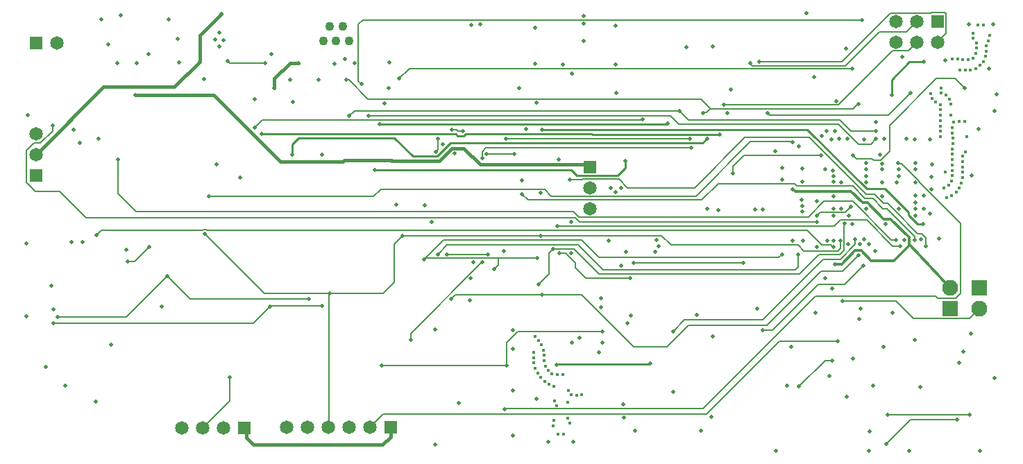
<source format=gbl>
G04*
G04 #@! TF.GenerationSoftware,Altium Limited,Altium Designer,21.6.4 (81)*
G04*
G04 Layer_Physical_Order=4*
G04 Layer_Color=16711680*
%FSLAX44Y44*%
%MOMM*%
G71*
G04*
G04 #@! TF.SameCoordinates,0A195E51-53B8-4AD9-BF6B-D2F5FD9C9AB7*
G04*
G04*
G04 #@! TF.FilePolarity,Positive*
G04*
G01*
G75*
%ADD11C,0.2000*%
%ADD12C,0.1500*%
%ADD13C,0.2540*%
%ADD173C,0.3000*%
%ADD176C,0.4000*%
%ADD177C,0.3500*%
%ADD179C,0.1650*%
%ADD186C,1.6500*%
%ADD187R,1.6500X1.6500*%
%ADD188R,1.6500X1.6500*%
%ADD189C,1.1000*%
%ADD190R,1.9500X1.9500*%
%ADD191C,1.9500*%
%ADD192C,0.5000*%
%ADD193C,0.4000*%
D11*
X704420Y317626D02*
G03*
X700212Y317628I-2110J-10286D01*
G01*
X704420Y317626D02*
G03*
X704779Y317590I377J1964D01*
G01*
X699833D02*
G03*
X700212Y317628I-10J2000D01*
G01*
X704420Y317626D02*
Y317626D01*
X699833Y317590D02*
X699833D01*
X627290D02*
X699833D01*
X1112520Y261620D02*
Y271822D01*
X1107483Y276860D02*
X1112520Y271822D01*
X1075948Y194310D02*
X1096838Y173420D01*
X1165290D01*
X1177290Y185420D01*
X737712Y343240D02*
X748212Y332740D01*
X693282Y343240D02*
X737712D01*
X692943Y342900D02*
X693282Y343240D01*
X678180Y342900D02*
X692943D01*
X951899Y337717D02*
X954880Y334737D01*
X1022925D01*
X859200Y337717D02*
X951899D01*
X839072Y317590D02*
X859200Y337717D01*
X704779Y317590D02*
X839072D01*
X748212Y332740D02*
X830366D01*
X891652Y394026D01*
X969870D01*
X1102313Y276860D02*
X1107483D01*
X1074202Y304971D02*
X1102313Y276860D01*
X1065483Y313690D02*
X1074202Y304971D01*
Y304971D02*
Y304971D01*
X1060450Y313690D02*
X1065483D01*
X1049232Y324908D02*
X1060450Y313690D01*
X1060088Y307340D02*
X1064484D01*
X1098550Y273274D01*
X1047661Y319767D02*
X1060088Y307340D01*
X1037894Y319767D02*
X1047661D01*
X1022925Y334737D02*
X1037894Y319767D01*
X1038987Y324908D02*
X1049232D01*
X969870Y394026D02*
X1038987Y324908D01*
X1098550Y269240D02*
Y273274D01*
X1011052Y194310D02*
X1075948D01*
X619760Y325120D02*
X627290Y317590D01*
D12*
X700955Y297180D02*
G03*
X703665Y297180I1355J10160D01*
G01*
X1077458Y546100D02*
G03*
X1074747Y546100I-1355J-10160D01*
G01*
X1102858D02*
G03*
X1100147Y546100I-1355J-10160D01*
G01*
X1136787Y545645D02*
G03*
X1136632Y545798I-1129J-987D01*
G01*
X1012190Y256305D02*
Y286653D01*
X1013460Y287923D01*
Y288870D01*
X890138Y371978D02*
X984003D01*
X877189Y350520D02*
Y359029D01*
X890138Y371978D01*
X665480Y252730D02*
X672410D01*
X684530Y240610D01*
Y234950D02*
Y240610D01*
X652780Y252730D02*
X657860Y257810D01*
X683260D02*
X713577Y227493D01*
X652780Y227692D02*
Y252730D01*
X657860Y257810D02*
X683260D01*
X684530Y234950D02*
X697412Y222068D01*
X751840D01*
X1023620Y372110D02*
X1027430Y368300D01*
X1046480D02*
X1048386Y366394D01*
X1027430Y368300D02*
X1046480D01*
X1048386Y366394D02*
X1056980D01*
X533783Y403860D02*
X539796D01*
X533565Y403642D02*
X533783Y403860D01*
X539796D02*
X541574Y402082D01*
X483870Y147320D02*
Y155005D01*
X569784Y240919D02*
X570821D01*
X483870Y155005D02*
X569784Y240919D01*
X570821D02*
X571491Y241588D01*
X977900Y200660D02*
X1123950D01*
X840357Y63117D02*
X977900Y200660D01*
X1123950D02*
X1126490Y198120D01*
X1148588D01*
X431800Y440690D02*
X838200D01*
X405130Y464820D02*
X405719Y464231D01*
X408259D02*
X431800Y440690D01*
X405719Y464231D02*
X408259D01*
X1029318Y434664D02*
X1030028D01*
X1020415Y401985D02*
X1051095D01*
X1007110Y415290D02*
X1020415Y401985D01*
X1045169Y386080D02*
X1051279Y392190D01*
X1005840Y410210D02*
X1029970Y386080D01*
X1045169D01*
X713740Y247650D02*
X933137D01*
X936836Y251349D01*
X590550Y246733D02*
X638461D01*
X501670D02*
X590550D01*
X473710Y274320D02*
X642620D01*
X956113Y262890D02*
X963365Y255638D01*
X789940Y274320D02*
X801370Y262890D01*
X642620Y274320D02*
X789940D01*
X801370Y262890D02*
X956113D01*
X1026160Y263606D02*
Y269121D01*
X1025595Y269686D02*
X1026160Y269121D01*
X703665Y297180D02*
X969010D01*
X700955D02*
X700955D01*
X689055D02*
X700955D01*
X849124Y428754D02*
X849630Y429260D01*
X844921Y424551D02*
X849124Y428754D01*
X952729Y232560D02*
X956310Y236142D01*
Y251460D01*
X575691Y381381D02*
X826143D01*
X570958Y368670D02*
Y376648D01*
X575691Y381381D01*
X598840Y62900D02*
X600581D01*
X598170Y62230D02*
X598840Y62900D01*
X600581D02*
X600799Y63117D01*
X840357D01*
X647010Y330890D02*
X655412Y322488D01*
X831758D02*
X898398Y389128D01*
X655412Y322488D02*
X831758D01*
X924706Y158750D02*
X980586Y214630D01*
X1013460D01*
X913130Y158750D02*
X924706D01*
X987200Y245520D02*
X1008074D01*
X913130Y171450D02*
X987200Y245520D01*
X1008074D02*
X1026160Y263606D01*
X713577Y227493D02*
X958061D01*
X981693Y251126D02*
X1007011D01*
X958061Y227493D02*
X981693Y251126D01*
X524177Y269240D02*
X692150D01*
X713740Y247650D01*
X688340Y262890D02*
X718670Y232560D01*
X528320Y262890D02*
X688340D01*
X718670Y232560D02*
X952729D01*
X127000Y325501D02*
Y367030D01*
Y325501D02*
X148635Y303866D01*
X1148080Y466090D02*
X1159510Y454660D01*
X1125220Y466090D02*
X1148080D01*
X1068070Y408940D02*
X1125220Y466090D01*
X1066800Y421640D02*
X1093470Y448310D01*
X922109Y421640D02*
X1066800D01*
X919480Y424180D02*
X919569D01*
X922109Y421640D01*
X822960Y415290D02*
X1007110D01*
X811530Y426720D02*
X822960Y415290D01*
X800259Y420465D02*
X810514Y410210D01*
X1005840D01*
X838200Y440690D02*
X849630Y429260D01*
X840675Y424551D02*
X844921D01*
X1023408Y428754D02*
X1029318Y434664D01*
X849124Y428754D02*
X1023408D01*
X1007011Y251126D02*
X1012190Y256305D01*
X1004938Y255638D02*
X1007690Y258390D01*
X963365Y255638D02*
X1004938D01*
X434340Y40640D02*
X450497Y56797D01*
X844596D02*
X933230Y145431D01*
X450497Y56797D02*
X844596D01*
X933230Y145431D02*
X1005078D01*
X1154430Y203962D02*
Y289491D01*
X1103691Y340230D02*
X1154430Y289491D01*
X1148588Y198120D02*
X1154430Y203962D01*
X1013460Y214630D02*
X1036320Y237490D01*
X918210Y165100D02*
X984250Y231140D01*
X1010920D01*
X822960Y165100D02*
X918210D01*
X796290Y138430D02*
X822960Y165100D01*
X756158Y138430D02*
X796290D01*
X817626Y171450D02*
X913130D01*
X137160Y175260D02*
X186690Y224790D01*
X53340Y175260D02*
X137160D01*
X186690Y224790D02*
X214630Y196850D01*
X359410D01*
X516890Y251460D02*
X528320Y262890D01*
X1000760Y285750D02*
X1008380Y293370D01*
X662940Y285750D02*
X1000760D01*
X689353Y291084D02*
X979170D01*
X684527Y295910D02*
X689353Y291084D01*
X682369Y303866D02*
X689055Y297180D01*
X969010D02*
X988060Y316230D01*
X106426Y280670D02*
X229856D01*
X234964D02*
X967740D01*
X234274Y281360D02*
X234964Y280670D01*
X229856D02*
X230546Y281360D01*
X100330Y274574D02*
X106426Y280670D01*
X967740D02*
X985520Y262890D01*
X230546Y281360D02*
X234274D01*
X26035Y328295D02*
X55245D01*
X87630Y295910D02*
X684527D01*
X55245Y328295D02*
X87630Y295910D01*
X15240Y339090D02*
X26035Y328295D01*
X15240Y339090D02*
Y378079D01*
X24511Y387350D01*
X32258D02*
X46990Y402082D01*
X24511Y387350D02*
X32258D01*
X1069086Y546100D02*
X1074747D01*
X1009650Y486664D02*
X1069086Y546100D01*
X908812Y486664D02*
X1009650D01*
X1077458Y546100D02*
X1100147D01*
X1102858D02*
X1117734D01*
X1117824Y546190D01*
X1135981D01*
X1136071Y546100D01*
X1136279D01*
X1136632Y545798D01*
X1136787Y545645D02*
X1137158Y545221D01*
Y520796D02*
Y545221D01*
X1126902Y510540D02*
X1137158Y520796D01*
X1088802Y523240D02*
X1101503Y535940D01*
X1055624Y523240D02*
X1088802D01*
X1013968Y481584D02*
X1055624Y523240D01*
X900684Y481584D02*
X1013968D01*
X897636Y484632D02*
X900684Y481584D01*
X1090922Y499959D02*
X1101503Y510540D01*
X1071460Y499959D02*
X1090922D01*
X1005586Y434086D02*
X1071460Y499959D01*
X865730Y434086D02*
X1005586D01*
X541574Y402082D02*
X547370D01*
X755650Y241300D02*
X889698D01*
X292100Y167640D02*
X312621Y188161D01*
X48260Y167640D02*
X292100D01*
X375751Y188161D02*
X375951Y188361D01*
X312621Y188161D02*
X375751D01*
X305635Y203635D02*
X384634D01*
X384087Y41187D02*
Y203088D01*
X384634Y203635D02*
X450015D01*
X463550Y217170D01*
X383540Y40640D02*
X384087Y41187D01*
Y203088D02*
X384634Y203635D01*
X232410Y276860D02*
X305635Y203635D01*
X1080770Y261620D02*
X1080837Y261687D01*
X1071880Y261620D02*
X1080770D01*
X1040130Y293370D02*
X1071880Y261620D01*
X1070221Y269046D02*
X1075642D01*
X1023038Y316230D02*
X1070221Y269046D01*
X514604Y376597D02*
Y376939D01*
X585470Y233680D02*
X585742D01*
X590550Y238488D02*
Y246380D01*
X585742Y233680D02*
X590550Y238488D01*
X501670Y246733D02*
X524177Y269240D01*
X500380Y245443D02*
X501670Y246733D01*
X415544Y426720D02*
X811530D01*
X408940Y420116D02*
X415544Y426720D01*
X824658Y392850D02*
X824709Y392799D01*
X600343Y392850D02*
X824658D01*
X600292Y392901D02*
X600343Y392850D01*
X576120Y374157D02*
X576427Y373850D01*
X610228D01*
X610535Y373543D01*
X795607Y410016D02*
X796363Y410772D01*
X302586Y415616D02*
X766764D01*
X293370Y406400D02*
X302586Y415616D01*
X766764D02*
X767113Y415965D01*
X840304Y424180D02*
X840675Y424551D01*
X796363Y410772D02*
X797310D01*
X1051279Y392190D02*
X1051298D01*
X1065530Y55880D02*
X1165860D01*
X516890Y379225D02*
Y392430D01*
X514604Y376939D02*
X516890Y379225D01*
X614680Y157480D02*
X717550D01*
X803656D02*
X817626Y171450D01*
X692658Y201930D02*
X756158Y138430D01*
X1010920Y231140D02*
X1029970Y250190D01*
X229870Y39370D02*
X262890Y72390D01*
Y101600D01*
X898398Y389128D02*
X949452D01*
X949960Y388620D01*
X138430Y242570D02*
X147320D01*
X165100Y260350D01*
X661670Y116840D02*
X662305Y117475D01*
X775335D02*
X775970Y118110D01*
X600710Y143510D02*
X614680Y157480D01*
X600710Y115570D02*
Y143510D01*
X448310Y115570D02*
X600710D01*
X1020778Y309578D02*
Y309646D01*
X1014040Y302840D02*
X1020778Y309578D01*
X996058Y262890D02*
X998543Y260405D01*
X1007690Y258390D02*
Y267970D01*
X988060Y316230D02*
X1023038D01*
X148635Y303866D02*
X682369D01*
X998543Y260405D02*
X999490D01*
X1056980Y366394D02*
X1068070Y377484D01*
Y408940D01*
X643890Y201930D02*
X692658D01*
X538480D02*
X643890D01*
X983560Y302840D02*
X1014040D01*
X1103691Y340230D02*
Y341057D01*
X1082354Y362393D02*
X1103691Y341057D01*
X1079141Y362393D02*
X1082354D01*
X1078476Y363059D02*
X1079141Y362393D01*
X1008380Y293370D02*
X1040130D01*
X979170Y298450D02*
X983560Y302840D01*
X985520Y262890D02*
X996058D01*
X46990Y402082D02*
Y408940D01*
X447369Y330890D02*
X647010D01*
X438331Y321852D02*
X447369Y330890D01*
X432831Y420465D02*
X800259D01*
X432490Y420806D02*
X432831Y420465D01*
X237743Y321852D02*
X438331D01*
X469900Y466090D02*
X482092Y478282D01*
X1022858D01*
X957580Y90170D02*
X989330Y121920D01*
X998220D01*
X463550Y217170D02*
Y264160D01*
X473710Y274320D01*
X639826Y214738D02*
X652780Y227692D01*
X533400Y196850D02*
X538480Y201930D01*
X425450Y537464D02*
X1034542D01*
X528320Y251460D02*
X577850D01*
X1093786Y49846D02*
X1150428D01*
X1064260Y20320D02*
X1093786Y49846D01*
X260439Y487680D02*
X262979Y485140D01*
X306070D01*
X260350Y487680D02*
X260439D01*
X419989Y463169D02*
X423490Y459668D01*
X419989Y463169D02*
Y532003D01*
X425450Y537464D01*
D13*
X550477Y398090D02*
X704869D01*
X705140Y397819D01*
X860197D01*
X860609Y397407D01*
X548627Y396240D02*
X550477Y398090D01*
X679773Y354007D02*
X686410Y347370D01*
X735990D02*
X745490Y356870D01*
X686410Y347370D02*
X735990D01*
X643890Y403860D02*
X967647D01*
X1040037Y331470D01*
X1062357D01*
X1090930Y299434D02*
X1102074Y288290D01*
X1090930Y299434D02*
Y302897D01*
X1102074Y288290D02*
X1108710D01*
X1062357Y331470D02*
X1090930Y302897D01*
X439936Y354007D02*
X679773D01*
X1070610Y464820D02*
X1092200Y486410D01*
X1109980D01*
X1070610Y445770D02*
Y464820D01*
X516321Y371039D02*
X532307Y387024D01*
X445964Y410016D02*
X795607D01*
X445770Y410210D02*
X445964Y410016D01*
X338927Y385917D02*
X346710Y393700D01*
X338927Y373188D02*
Y385917D01*
X346710Y393700D02*
X463550D01*
X486211Y371039D01*
X451094Y398622D02*
X538638D01*
X541020Y396240D01*
X548627D01*
X450936Y398780D02*
X451094Y398622D01*
X532307Y387024D02*
X839990D01*
X845323Y392356D01*
X662305Y117475D02*
X775335D01*
X302260Y398780D02*
X450936D01*
X745490Y356870D02*
Y365760D01*
X486211Y371039D02*
X516321D01*
D173*
X1045582Y243840D02*
X1073150D01*
X1092411Y263101D01*
X1009921Y239678D02*
X1026273Y256030D01*
X1033392D02*
X1045582Y243840D01*
X1026273Y256030D02*
X1033392D01*
X1001397Y239678D02*
X1009921D01*
D176*
X283687Y27463D02*
X292100Y19050D01*
X449580D02*
X459263Y28733D01*
X292100Y19050D02*
X449580D01*
X336550Y485140D02*
X346710D01*
X317500Y466090D02*
X336550Y485140D01*
X317500Y454660D02*
Y466090D01*
X226409Y518509D02*
X252730Y544830D01*
X226409Y486939D02*
Y518509D01*
X109128Y455930D02*
X195533D01*
X26577Y373380D02*
X109128Y455930D01*
X195533D02*
X226476Y486873D01*
X548570Y381000D02*
X568798Y360772D01*
X533702Y381000D02*
X548570D01*
X518498Y365796D02*
X533702Y381000D01*
X680720Y472169D02*
Y472440D01*
X147574Y446278D02*
X243360D01*
X459263Y40163D02*
X459740Y40640D01*
X459263Y28733D02*
Y40163D01*
X280670Y39370D02*
X283687Y36353D01*
Y27463D02*
Y36353D01*
X699678Y360772D02*
X702310Y358140D01*
X568798Y360772D02*
X699678D01*
X324758Y364880D02*
X401316D01*
X460438Y365796D02*
X518498D01*
X460365Y365869D02*
X460438Y365796D01*
X402306Y365869D02*
X460365D01*
X401316Y364880D02*
X402306Y365869D01*
X243360Y446278D02*
X324758Y364880D01*
D177*
X1092411Y263101D02*
X1141730Y210820D01*
X949960Y330962D02*
X950254D01*
X952760Y328456D02*
X1021186D01*
X1035379Y314263D01*
X950254Y330962D02*
X952760Y328456D01*
X1041261Y314263D02*
X1060884Y294640D01*
X1069443D02*
X1092107Y271976D01*
X1060884Y294640D02*
X1069443D01*
X1092107Y263417D02*
Y271976D01*
X1035379Y314263D02*
X1041261D01*
D179*
X383382Y525308D02*
X384940Y529810D01*
D186*
X1076103Y510540D02*
D03*
X26577Y398780D02*
D03*
Y373380D02*
D03*
X1126902Y510540D02*
D03*
X1101503Y535940D02*
D03*
Y510540D02*
D03*
X1076103Y535940D02*
D03*
X52070Y509270D02*
D03*
X702310Y332740D02*
D03*
Y307340D02*
D03*
X434340Y40640D02*
D03*
X408940D02*
D03*
X383540D02*
D03*
X358140D02*
D03*
X332740D02*
D03*
X255270Y39370D02*
D03*
X229870D02*
D03*
X204470D02*
D03*
D187*
X1126902Y535940D02*
D03*
X26670Y509270D02*
D03*
X459740Y40640D02*
D03*
X280670Y39370D02*
D03*
D188*
X26577Y347980D02*
D03*
X702310Y358140D02*
D03*
D189*
X408940Y511810D02*
D03*
X400940Y529810D02*
D03*
X392940Y511810D02*
D03*
X384940Y529810D02*
D03*
X376940Y511810D02*
D03*
D190*
X1141730Y185420D02*
D03*
X1177290Y210820D02*
D03*
D191*
X1141730D02*
D03*
X1177290Y185420D02*
D03*
D192*
X1108710Y288290D02*
D03*
X1022350D02*
D03*
X1013460Y288870D02*
D03*
X928370Y377190D02*
D03*
X845201Y306837D02*
D03*
X679450Y290830D02*
D03*
Y252730D02*
D03*
X984003Y371978D02*
D03*
X665480Y252730D02*
D03*
X657860Y257810D02*
D03*
X1056127Y372688D02*
D03*
X877189Y350520D02*
D03*
X751840Y222068D02*
D03*
X783590Y269240D02*
D03*
X165100Y260350D02*
D03*
X533565Y403642D02*
D03*
X483870Y147320D02*
D03*
X998220Y209550D02*
D03*
X716183Y197697D02*
D03*
X1023462Y123719D02*
D03*
X961070Y318080D02*
D03*
X961102Y310760D02*
D03*
X961146Y303205D02*
D03*
X984861Y395911D02*
D03*
X860609Y397407D02*
D03*
X991351Y401964D02*
D03*
X1001483Y402021D02*
D03*
X1006622Y392264D02*
D03*
X1016814Y392098D02*
D03*
X1051095Y401985D02*
D03*
X1036750Y391833D02*
D03*
X1061578Y392164D02*
D03*
X1088446D02*
D03*
X1098488Y392054D02*
D03*
X1117302D02*
D03*
X936836Y251349D02*
D03*
X950016Y267969D02*
D03*
X962775Y268042D02*
D03*
X979212Y260551D02*
D03*
X1025595Y269686D02*
D03*
X1017253Y263834D02*
D03*
X1037141Y270002D02*
D03*
X1031684Y263834D02*
D03*
X1106162Y269343D02*
D03*
X1112520Y261620D02*
D03*
X956310Y251460D02*
D03*
X642620Y274320D02*
D03*
X929640Y11430D02*
D03*
X1092200D02*
D03*
X1178560D02*
D03*
X1042670D02*
D03*
X186690Y224790D02*
D03*
X662940Y285750D02*
D03*
X744220Y52070D02*
D03*
X69956Y266757D02*
D03*
X1043940Y35560D02*
D03*
X755650Y241300D02*
D03*
X947795Y138822D02*
D03*
X904240Y306070D02*
D03*
X913130D02*
D03*
X359410Y196850D02*
D03*
X375951Y188361D02*
D03*
X384634Y203635D02*
D03*
X1080837Y261687D02*
D03*
X1075642Y269046D02*
D03*
X1086372Y269325D02*
D03*
X1098550Y269240D02*
D03*
X537254Y374734D02*
D03*
X514604Y376597D02*
D03*
X522628Y386099D02*
D03*
X585470Y233680D02*
D03*
X638461Y246733D02*
D03*
X1159510Y454660D02*
D03*
X824709Y392799D02*
D03*
X826143Y381381D02*
D03*
X610535Y373543D02*
D03*
X576120Y374157D02*
D03*
X600292Y392901D02*
D03*
X445770Y410210D02*
D03*
X338927Y373188D02*
D03*
X375273Y372931D02*
D03*
X811530Y426720D02*
D03*
X767113Y415965D02*
D03*
X845323Y392356D02*
D03*
X637540Y436190D02*
D03*
X624426Y404691D02*
D03*
X797310Y410772D02*
D03*
X557767Y531007D02*
D03*
X734527Y448540D02*
D03*
X439936Y354007D02*
D03*
X678180Y342900D02*
D03*
X1051298Y392190D02*
D03*
X1065530Y55880D02*
D03*
X1165860D02*
D03*
X1016000Y77470D02*
D03*
X127000Y367030D02*
D03*
X740410Y237490D02*
D03*
X746760Y254436D02*
D03*
X717543Y143517D02*
D03*
X713160Y132080D02*
D03*
X717550Y157480D02*
D03*
X727710Y332740D02*
D03*
X734060Y327660D02*
D03*
X740410Y332740D02*
D03*
X725170Y267970D02*
D03*
X742950Y68580D02*
D03*
X913130Y158750D02*
D03*
X906780Y185420D02*
D03*
X1036320Y237490D02*
D03*
X989330Y222250D02*
D03*
X262890Y101600D02*
D03*
X949960Y388620D02*
D03*
X293370Y406400D02*
D03*
X661670Y116840D02*
D03*
X637540Y74930D02*
D03*
X680720Y143510D02*
D03*
X598170Y62230D02*
D03*
X542290Y69850D02*
D03*
X651510Y22860D02*
D03*
X681990D02*
D03*
X600710Y115570D02*
D03*
X775970Y118110D02*
D03*
X689610Y149860D02*
D03*
X1009187Y306960D02*
D03*
X1020778Y309646D02*
D03*
X1063182Y288180D02*
D03*
X1042670Y264160D02*
D03*
X997033Y391947D02*
D03*
X957580Y383540D02*
D03*
X961763Y355935D02*
D03*
X961390Y340360D02*
D03*
X937260Y356870D02*
D03*
Y342900D02*
D03*
X949960Y330962D02*
D03*
X1001397Y239678D02*
D03*
X991870Y267970D02*
D03*
X999490D02*
D03*
X1007690D02*
D03*
X999490Y260405D02*
D03*
X1127956Y270428D02*
D03*
X1050290Y255270D02*
D03*
X1029970Y250190D02*
D03*
X1051015Y412682D02*
D03*
X1003234Y438626D02*
D03*
X1030028Y434790D02*
D03*
X1017986Y298951D02*
D03*
X999097Y353837D02*
D03*
X989452Y354901D02*
D03*
X999204Y346931D02*
D03*
X999316Y340360D02*
D03*
X1009323Y339487D02*
D03*
X999490Y322580D02*
D03*
X979170Y316230D02*
D03*
Y298450D02*
D03*
Y291084D02*
D03*
X1117570Y300960D02*
D03*
X1099820Y298450D02*
D03*
X1099404Y306924D02*
D03*
X1109281Y307162D02*
D03*
X1078952Y306939D02*
D03*
X1039277Y306822D02*
D03*
X1059180Y322580D02*
D03*
Y339090D02*
D03*
X1039575Y339450D02*
D03*
X1039334Y346934D02*
D03*
X1039092Y355005D02*
D03*
Y362683D02*
D03*
X1023620Y372110D02*
D03*
X1059160Y362458D02*
D03*
X1059055Y355097D02*
D03*
X1078810Y346735D02*
D03*
X1076960Y338960D02*
D03*
X1078810Y355252D02*
D03*
X1078476Y363059D02*
D03*
X1099130Y362960D02*
D03*
Y355518D02*
D03*
Y339193D02*
D03*
X1099368Y323032D02*
D03*
X1109346Y323057D02*
D03*
X1119409Y330876D02*
D03*
X1119409Y345654D02*
D03*
X1119551Y360942D02*
D03*
X1099368Y314960D02*
D03*
X999385Y298794D02*
D03*
X999490Y307340D02*
D03*
X1195681Y426532D02*
D03*
X1109980Y486410D02*
D03*
X1070610Y445770D02*
D03*
X1189376Y478420D02*
D03*
X1136031Y487954D02*
D03*
X1093470Y448310D02*
D03*
X1083310Y492760D02*
D03*
X1198880Y447040D02*
D03*
X1164590Y532130D02*
D03*
X977900Y180340D02*
D03*
X1010920Y194310D02*
D03*
X1032510Y185420D02*
D03*
X1194580Y532130D02*
D03*
X889698Y241300D02*
D03*
X106680Y538480D02*
D03*
X302260Y398780D02*
D03*
X188580Y538017D02*
D03*
X246957Y361317D02*
D03*
X1060450Y138430D02*
D03*
X994338Y102870D02*
D03*
X942703Y90776D02*
D03*
X1105111Y89593D02*
D03*
X1071643Y179946D02*
D03*
X1098564Y146904D02*
D03*
X1196340Y100330D02*
D03*
X1157613Y132439D02*
D03*
X1167754Y347416D02*
D03*
X1176183Y404427D02*
D03*
X1014730Y502920D02*
D03*
X975501Y468283D02*
D03*
X869846Y424177D02*
D03*
X874530Y452754D02*
D03*
X851985Y504837D02*
D03*
X820317Y504621D02*
D03*
X635706Y528213D02*
D03*
X664670Y366711D02*
D03*
X858955Y305022D02*
D03*
X748030Y167640D02*
D03*
X752777Y176922D02*
D03*
X832636Y177304D02*
D03*
X852170Y151130D02*
D03*
X804375Y83674D02*
D03*
X850782Y52766D02*
D03*
X837616Y36490D02*
D03*
X757275Y36490D02*
D03*
X513598Y18903D02*
D03*
X608439Y29925D02*
D03*
X608612Y84886D02*
D03*
X608608Y136289D02*
D03*
X608700Y159238D02*
D03*
X513820Y159294D02*
D03*
X597042Y255093D02*
D03*
X560070Y241682D02*
D03*
X557158Y221929D02*
D03*
X570958Y368670D02*
D03*
X733532Y483000D02*
D03*
X734060Y530860D02*
D03*
X694690Y542290D02*
D03*
X669011Y482834D02*
D03*
X635145Y483787D02*
D03*
X568516Y531990D02*
D03*
X457015Y454062D02*
D03*
X458008Y485891D02*
D03*
X415260Y484421D02*
D03*
X391249Y483905D02*
D03*
X340431Y437435D02*
D03*
X314019Y495428D02*
D03*
X244891Y513375D02*
D03*
X255258Y513040D02*
D03*
X250190Y505460D02*
D03*
Y521970D02*
D03*
X231824Y465182D02*
D03*
X201123Y485715D02*
D03*
X149793Y484846D02*
D03*
X125635Y484556D02*
D03*
X114691Y507395D02*
D03*
X129841Y543625D02*
D03*
X136584Y257229D02*
D03*
X83613Y266217D02*
D03*
X118145Y141036D02*
D03*
X99932Y71796D02*
D03*
X38842Y113858D02*
D03*
X14992Y175714D02*
D03*
X45720Y213360D02*
D03*
X15097Y264368D02*
D03*
X102870Y392430D02*
D03*
X80010Y387350D02*
D03*
X72390Y403860D02*
D03*
X16510Y421640D02*
D03*
X46990Y408940D02*
D03*
X966470Y546100D02*
D03*
X317500Y454660D02*
D03*
X346710Y485140D02*
D03*
X293370Y440690D02*
D03*
X405130Y464820D02*
D03*
X403860Y490220D02*
D03*
X252730Y544830D02*
D03*
X180340Y187960D02*
D03*
X500771Y311505D02*
D03*
X465938Y312049D02*
D03*
X138430Y242570D02*
D03*
X275590Y345440D02*
D03*
X237743Y321852D02*
D03*
X469900Y466090D02*
D03*
X1153160Y119380D02*
D03*
X1167130Y154940D02*
D03*
X547370Y402082D02*
D03*
X694690Y511810D02*
D03*
X199390Y514350D02*
D03*
X781630Y254436D02*
D03*
X786130Y261620D02*
D03*
X998220Y121920D02*
D03*
X473710Y274320D02*
D03*
X312420Y187960D02*
D03*
X232410Y276860D02*
D03*
X53340Y175260D02*
D03*
X48260Y167640D02*
D03*
X509270Y290830D02*
D03*
X533400Y196850D02*
D03*
X643890Y201930D02*
D03*
X448310Y115570D02*
D03*
X516890Y392430D02*
D03*
X745490Y365760D02*
D03*
X619760Y341630D02*
D03*
Y325120D02*
D03*
X694690Y532964D02*
D03*
X615950Y454660D02*
D03*
X680720Y472440D02*
D03*
X643890Y403860D02*
D03*
X1047750Y91440D02*
D03*
X919480Y424180D02*
D03*
X840304D02*
D03*
X957580Y90170D02*
D03*
X642620Y326390D02*
D03*
X528320Y251460D02*
D03*
X577850D02*
D03*
X1064260Y20320D02*
D03*
X1031240Y172720D02*
D03*
X260350Y487680D02*
D03*
X306070Y485140D02*
D03*
X556006Y195238D02*
D03*
X516890Y251460D02*
D03*
X62230Y91440D02*
D03*
X571491Y241588D02*
D03*
X371735Y464820D02*
D03*
X336550D02*
D03*
X716280Y186690D02*
D03*
X452120Y435610D02*
D03*
X163538Y495554D02*
D03*
X432490Y420806D02*
D03*
X803656Y157480D02*
D03*
X226476Y486873D02*
D03*
X865730Y434086D02*
D03*
X1022858Y478282D02*
D03*
X408940Y420116D02*
D03*
X1005078Y145431D02*
D03*
X500380Y245443D02*
D03*
X423490Y459668D02*
D03*
X1034542Y537464D02*
D03*
X908812Y486664D02*
D03*
X897636Y484632D02*
D03*
X1150428Y49846D02*
D03*
X47752Y184404D02*
D03*
X100330Y274574D02*
D03*
X639826Y214738D02*
D03*
X147574Y446278D02*
D03*
D193*
X659091Y72884D02*
D03*
X661840Y66949D02*
D03*
X658177Y48451D02*
D03*
X657922Y41916D02*
D03*
X663494Y31572D02*
D03*
X670034D02*
D03*
X678118Y45794D02*
D03*
X675269Y51681D02*
D03*
X675072Y71155D02*
D03*
X633587Y131819D02*
D03*
X633900Y125287D02*
D03*
X634260Y118757D02*
D03*
X635817Y112405D02*
D03*
X638567Y106471D02*
D03*
X642352Y101138D02*
D03*
X647046Y96584D02*
D03*
X652491Y92961D02*
D03*
X658304Y89965D02*
D03*
X676215Y85366D02*
D03*
X679591Y79764D02*
D03*
X686122Y79422D02*
D03*
X692652Y79788D02*
D03*
X669246Y104728D02*
D03*
X662707Y104616D02*
D03*
X656188Y105148D02*
D03*
X651363Y109563D02*
D03*
X648007Y115176D02*
D03*
X646404Y121517D02*
D03*
X646260Y128055D02*
D03*
X645632Y134565D02*
D03*
X643289Y140671D02*
D03*
X639518Y146014D02*
D03*
X635195Y150922D02*
D03*
X1182661Y531038D02*
D03*
X1176121D02*
D03*
X1169732Y521598D02*
D03*
X1169808Y515058D02*
D03*
X1173650Y509766D02*
D03*
Y503226D02*
D03*
X1173475Y496688D02*
D03*
X1170127Y491070D02*
D03*
X1164025Y488717D02*
D03*
X1157485Y488701D02*
D03*
X1151082Y490035D02*
D03*
X1144544Y489897D02*
D03*
X1153567Y476125D02*
D03*
X1160104Y476340D02*
D03*
X1166639Y476592D02*
D03*
X1172938Y478352D02*
D03*
X1178413Y481929D02*
D03*
X1182659Y486903D02*
D03*
X1185216Y492923D02*
D03*
X1186010Y499414D02*
D03*
Y505954D02*
D03*
X1188536Y511987D02*
D03*
X1189928Y518377D02*
D03*
X1118220Y447861D02*
D03*
X1119718Y441494D02*
D03*
X1124450Y436980D02*
D03*
X1130418Y434305D02*
D03*
Y427766D02*
D03*
Y421226D02*
D03*
Y414686D02*
D03*
Y408146D02*
D03*
Y401606D02*
D03*
Y395066D02*
D03*
X1136255Y351800D02*
D03*
X1142778Y421546D02*
D03*
X1142773Y434626D02*
D03*
X1141068Y440940D02*
D03*
X1136663Y445774D02*
D03*
X1130580Y448177D02*
D03*
X1130949Y454707D02*
D03*
X1152843Y413908D02*
D03*
X1146450Y412531D02*
D03*
X1144782Y406208D02*
D03*
Y399668D02*
D03*
X1145607Y393180D02*
D03*
X1144952Y386673D02*
D03*
X1144494Y380149D02*
D03*
Y373609D02*
D03*
Y367069D02*
D03*
Y360529D02*
D03*
Y353989D02*
D03*
Y347449D02*
D03*
X1143606Y340969D02*
D03*
X1139936Y335556D02*
D03*
X1134189Y332436D02*
D03*
X1137885Y320784D02*
D03*
X1143897Y323359D02*
D03*
X1149067Y327365D02*
D03*
X1153071Y332536D02*
D03*
X1155645Y338548D02*
D03*
X1156702Y345002D02*
D03*
X1156746Y351541D02*
D03*
Y358082D02*
D03*
Y364621D02*
D03*
Y371161D02*
D03*
X1160496Y376520D02*
D03*
X1162211Y394731D02*
D03*
X1159631Y413520D02*
D03*
M02*

</source>
